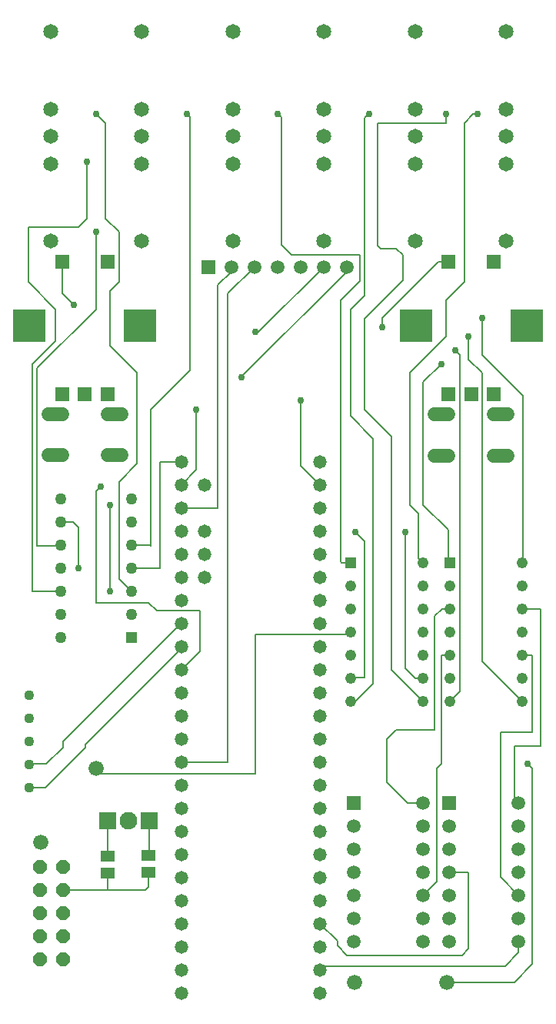
<source format=gbr>
G04 EAGLE Gerber RS-274X export*
G75*
%MOMM*%
%FSLAX34Y34*%
%LPD*%
%INTop Copper*%
%IPPOS*%
%AMOC8*
5,1,8,0,0,1.08239X$1,22.5*%
G01*
%ADD10C,1.676400*%
%ADD11R,1.508000X1.508000*%
%ADD12R,3.556000X3.556000*%
%ADD13P,1.649562X8X112.500000*%
%ADD14C,1.473200*%
%ADD15R,1.930400X1.930400*%
%ADD16C,1.930400*%
%ADD17C,1.650000*%
%ADD18C,1.524000*%
%ADD19C,1.508000*%
%ADD20R,1.267000X1.267000*%
%ADD21C,1.267000*%
%ADD22R,1.238000X1.238000*%
%ADD23C,1.238000*%
%ADD24R,1.498600X1.498600*%
%ADD25C,1.498600*%
%ADD26C,1.108000*%
%ADD27R,1.500000X1.300000*%
%ADD28C,0.152400*%
%ADD29C,0.756400*%


D10*
X39090Y188673D03*
X99950Y270027D03*
D11*
X62350Y681920D03*
X87350Y681920D03*
X112350Y681920D03*
X62350Y826920D03*
X112350Y826920D03*
D12*
X26350Y756920D03*
X148350Y756920D03*
D13*
X38310Y60450D03*
X38310Y85850D03*
X38310Y111250D03*
X38310Y136650D03*
X38310Y162050D03*
X63710Y60450D03*
X63710Y85850D03*
X63710Y111250D03*
X63710Y136650D03*
X63710Y162050D03*
D14*
X346160Y556610D03*
X346160Y531210D03*
X346160Y505810D03*
X346160Y480410D03*
X346160Y455010D03*
X346160Y429610D03*
X346160Y404210D03*
X346160Y378810D03*
X346160Y353410D03*
X346160Y328010D03*
X346160Y302610D03*
X346160Y277210D03*
X193760Y277210D03*
X193760Y302610D03*
X193760Y328010D03*
X193760Y353410D03*
X193760Y378810D03*
X193760Y404210D03*
X193760Y429610D03*
X193760Y455010D03*
X193760Y480410D03*
X193760Y505810D03*
X193760Y531210D03*
X346160Y582010D03*
X193760Y556610D03*
X193760Y582010D03*
X346160Y607410D03*
X193760Y607410D03*
X346160Y251810D03*
X193760Y251810D03*
X346160Y226410D03*
X346160Y201010D03*
X346160Y175610D03*
X346160Y150210D03*
X346160Y124810D03*
X346160Y99410D03*
X346160Y74010D03*
X346160Y48610D03*
X346160Y23210D03*
X193760Y23210D03*
X193760Y48610D03*
X193760Y74010D03*
X193760Y99410D03*
X193760Y124810D03*
X193760Y150210D03*
X193760Y175610D03*
X193760Y201010D03*
X193760Y226410D03*
X219160Y582010D03*
X219160Y531210D03*
X219160Y505810D03*
X219160Y480410D03*
D15*
X112660Y212744D03*
D16*
X135520Y212744D03*
D15*
X158380Y212744D03*
D17*
X551180Y850002D03*
X551180Y935002D03*
X551180Y965002D03*
X250190Y1080050D03*
X250190Y995050D03*
X250190Y965050D03*
X149860Y1080050D03*
X149860Y995050D03*
X149860Y965050D03*
X49530Y1080050D03*
X49530Y995050D03*
X49530Y965050D03*
X450850Y850002D03*
X450850Y935002D03*
X450850Y965002D03*
X350520Y850002D03*
X350520Y935002D03*
X350520Y965002D03*
X250190Y850002D03*
X250190Y935002D03*
X250190Y965002D03*
X149860Y850002D03*
X149860Y935002D03*
X149860Y965002D03*
X49530Y850002D03*
X49530Y935002D03*
X49530Y965002D03*
X551180Y1080050D03*
X551180Y995050D03*
X551180Y965050D03*
X450850Y1080050D03*
X450850Y995050D03*
X450850Y965050D03*
X350520Y1080050D03*
X350520Y995050D03*
X350520Y965050D03*
D18*
X127582Y614364D02*
X112342Y614364D01*
X112342Y659576D02*
X127582Y659576D01*
X62558Y614364D02*
X47318Y614364D01*
X47318Y659576D02*
X62558Y659576D01*
X537772Y614164D02*
X553012Y614164D01*
X553012Y659376D02*
X537772Y659376D01*
X487988Y614164D02*
X472748Y614164D01*
X472748Y659376D02*
X487988Y659376D01*
D11*
X487780Y681820D03*
X512780Y681820D03*
X537780Y681820D03*
X487780Y826820D03*
X537780Y826820D03*
D12*
X451780Y756820D03*
X573780Y756820D03*
D11*
X223250Y821600D03*
D19*
X248650Y821600D03*
X274050Y821600D03*
X299450Y821600D03*
X324850Y821600D03*
X350250Y821600D03*
X375650Y821600D03*
D20*
X139050Y413800D03*
D21*
X139050Y439200D03*
X139050Y464600D03*
X139050Y490000D03*
X139050Y515400D03*
X139050Y540800D03*
X139050Y566200D03*
X60950Y566200D03*
X60950Y540800D03*
X60950Y515400D03*
X60950Y490000D03*
X60950Y464600D03*
X60950Y439200D03*
X60950Y413800D03*
D22*
X489200Y496200D03*
D23*
X489200Y470800D03*
X489200Y445400D03*
X489200Y420000D03*
X489200Y394600D03*
X489200Y369200D03*
X489200Y343800D03*
X568600Y343800D03*
X568600Y369200D03*
X568600Y394600D03*
X568600Y420000D03*
X568600Y445400D03*
X568600Y470800D03*
X568600Y496200D03*
D22*
X380300Y496200D03*
D23*
X380300Y470800D03*
X380300Y445400D03*
X380300Y420000D03*
X380300Y394600D03*
X380300Y369200D03*
X380300Y343800D03*
X459700Y343800D03*
X459700Y369200D03*
X459700Y394600D03*
X459700Y420000D03*
X459700Y445400D03*
X459700Y470800D03*
X459700Y496200D03*
D10*
X485800Y35000D03*
X384200Y35000D03*
D24*
X383800Y232400D03*
D25*
X383800Y207000D03*
X383800Y181600D03*
X383800Y156200D03*
X383800Y130800D03*
X383800Y105400D03*
X383800Y80000D03*
X460000Y80000D03*
X460000Y105400D03*
X460000Y130800D03*
X460000Y156200D03*
X460000Y181600D03*
X460000Y207000D03*
X460000Y232400D03*
D24*
X488800Y232400D03*
D25*
X488800Y207000D03*
X488800Y181600D03*
X488800Y156200D03*
X488800Y130800D03*
X488800Y105400D03*
X488800Y80000D03*
X565000Y80000D03*
X565000Y105400D03*
X565000Y130800D03*
X565000Y156200D03*
X565000Y181600D03*
X565000Y207000D03*
X565000Y232400D03*
D26*
X25760Y350880D03*
X25760Y325480D03*
X25760Y300080D03*
X25760Y274680D03*
X25760Y249280D03*
D27*
X112500Y173800D03*
X112500Y154800D03*
X157500Y174500D03*
X157500Y155500D03*
D28*
X210000Y598250D02*
X210000Y665000D01*
X210000Y598250D02*
X193760Y582010D01*
D29*
X210000Y665000D03*
D28*
X112500Y136650D02*
X63710Y136650D01*
X112500Y136650D02*
X154150Y136650D01*
X157500Y140000D02*
X157500Y155500D01*
X157500Y140000D02*
X154150Y136650D01*
X112500Y136650D02*
X112500Y154800D01*
X105950Y264027D02*
X275000Y264027D01*
X105950Y264027D02*
X99950Y270027D01*
X275000Y264027D02*
X275000Y417700D01*
X378000Y417700D02*
X380300Y420000D01*
X378000Y417700D02*
X275000Y417700D01*
X112660Y213148D02*
X112500Y213072D01*
X112500Y173800D01*
X112660Y212744D02*
X112660Y213148D01*
X139050Y490000D02*
X170000Y490000D01*
X170000Y607400D01*
X193750Y607400D02*
X193760Y607410D01*
X193750Y607400D02*
X170000Y607400D01*
X158380Y212744D02*
X158380Y174880D01*
X157500Y174500D01*
X248650Y816600D02*
X248650Y821600D01*
X248650Y816600D02*
X233525Y801475D01*
X233525Y556610D01*
X193760Y556610D01*
X75000Y780000D02*
X62350Y792650D01*
X62350Y826920D01*
D29*
X75000Y780000D03*
D28*
X325000Y675000D02*
X325000Y603170D01*
X346160Y582010D01*
D29*
X325000Y675000D03*
X415000Y755000D03*
D28*
X476820Y826820D02*
X487780Y826820D01*
X476820Y826820D02*
X415000Y765000D01*
X415000Y755000D01*
X245000Y277210D02*
X193760Y277210D01*
X245000Y792550D02*
X274050Y821600D01*
X245000Y792550D02*
X245000Y277210D01*
X375650Y816600D02*
X375650Y821600D01*
X375650Y816600D02*
X260000Y700950D01*
X260000Y700000D01*
D29*
X260000Y700000D03*
X275000Y750000D03*
D28*
X278650Y750000D02*
X350250Y821600D01*
X278650Y750000D02*
X275000Y750000D01*
X213760Y443500D02*
X213760Y398810D01*
X193760Y378810D01*
X157500Y452500D02*
X100000Y452500D01*
X100000Y575000D02*
X105000Y580000D01*
D29*
X105000Y580000D03*
D28*
X166500Y443500D02*
X213760Y443500D01*
X166500Y443500D02*
X157500Y452500D01*
X100000Y452500D02*
X100000Y575000D01*
X193190Y429610D02*
X193760Y429610D01*
X193190Y429610D02*
X63040Y299460D01*
X26080Y275000D02*
X25760Y274680D01*
X26080Y275000D02*
X45000Y275000D01*
X63040Y293040D01*
X63040Y299460D01*
X193760Y402280D02*
X193760Y404210D01*
X193760Y402280D02*
X88240Y296760D01*
X88240Y293240D01*
X44280Y249280D02*
X25760Y249280D01*
X44280Y249280D02*
X88240Y293240D01*
D29*
X80000Y490000D03*
D28*
X80000Y535000D01*
X74200Y540800D02*
X60950Y540800D01*
X74200Y540800D02*
X80000Y535000D01*
D29*
X100000Y990000D03*
D28*
X110000Y980000D01*
X110000Y875000D01*
X125000Y860000D02*
X125000Y805000D01*
X125000Y478650D02*
X139050Y464600D01*
X125000Y478650D02*
X125000Y585000D01*
X145000Y605000D01*
X145000Y705000D01*
X115000Y735000D02*
X115000Y795000D01*
X125000Y805000D01*
X115000Y735000D02*
X145000Y705000D01*
X125000Y860000D02*
X110000Y875000D01*
D29*
X115000Y465000D03*
D28*
X115000Y560000D01*
D29*
X115000Y560000D03*
X200000Y990000D03*
D28*
X202772Y987228D01*
X202772Y707772D01*
X160000Y665000D01*
X160000Y515000D01*
X159600Y515400D01*
X139050Y515400D01*
D29*
X100000Y860000D03*
D28*
X100000Y775000D01*
X35000Y710000D01*
X35000Y515000D01*
X60550Y515000D01*
X60950Y515400D01*
D29*
X90000Y937500D03*
D28*
X29277Y714454D02*
X29277Y465000D01*
X60550Y465000D01*
X60950Y464600D01*
X55000Y740177D02*
X55000Y775000D01*
X55000Y740177D02*
X29277Y714454D01*
X55000Y775000D02*
X25000Y805000D01*
X25000Y865000D01*
X90000Y875000D02*
X90000Y937500D01*
X80000Y865000D02*
X25000Y865000D01*
X80000Y865000D02*
X90000Y875000D01*
D29*
X495000Y730000D03*
D28*
X500000Y725000D01*
X500000Y354600D02*
X489200Y343800D01*
X500000Y354600D02*
X500000Y725000D01*
D29*
X510000Y745000D03*
D28*
X510000Y720000D01*
X525000Y705000D01*
X525000Y387400D02*
X568600Y343800D01*
X525000Y387400D02*
X525000Y705000D01*
D29*
X480000Y715000D03*
D28*
X460000Y695000D01*
X460000Y560000D01*
X487500Y496200D02*
X489200Y496200D01*
X487500Y496200D02*
X487500Y532500D01*
X460000Y560000D01*
D29*
X525000Y765000D03*
D28*
X525000Y725000D01*
X570000Y680000D01*
X570000Y497600D01*
X568600Y496200D01*
X560000Y35000D02*
X485800Y35000D01*
X560000Y35000D02*
X580000Y55000D01*
X580000Y270000D01*
D29*
X575000Y275000D03*
D28*
X580000Y270000D01*
D29*
X300000Y990000D03*
D28*
X368932Y785000D02*
X368932Y497568D01*
X370300Y496200D02*
X380300Y496200D01*
X370300Y496200D02*
X368932Y497568D01*
X315000Y835000D02*
X303932Y846068D01*
X303932Y986068D02*
X300000Y990000D01*
X303932Y986068D02*
X303932Y846068D01*
X390000Y835000D02*
X390000Y806068D01*
X390000Y835000D02*
X315000Y835000D01*
X368932Y785000D02*
X390000Y806068D01*
D29*
X400000Y990000D03*
D28*
X405000Y363500D02*
X385300Y343800D01*
X380300Y343800D01*
X405000Y363500D02*
X405000Y632727D01*
X395688Y985688D02*
X400000Y990000D01*
X395688Y985688D02*
X395688Y790000D01*
X380000Y774312D01*
X380000Y657727D01*
X405000Y632727D01*
D29*
X385000Y530000D03*
D28*
X395000Y520000D01*
X395000Y370000D01*
X381100Y370000D01*
X380300Y369200D01*
D29*
X440000Y530000D03*
D28*
X440000Y380000D01*
X450800Y369200D01*
X459700Y369200D01*
D29*
X485000Y990000D03*
D28*
X485000Y980000D01*
X425000Y378500D02*
X459700Y343800D01*
X425000Y378500D02*
X425000Y635000D01*
X395000Y764607D02*
X437532Y807139D01*
X410000Y980000D02*
X485000Y980000D01*
X410000Y980000D02*
X410000Y845000D01*
X437532Y834471D02*
X437532Y807139D01*
X437532Y834471D02*
X430276Y841727D01*
X413273Y841727D01*
X410000Y845000D01*
X395000Y665000D02*
X425000Y635000D01*
X395000Y665000D02*
X395000Y764607D01*
D29*
X520000Y990000D03*
D28*
X454700Y550000D02*
X454700Y501200D01*
X459700Y496200D01*
X505000Y805000D02*
X505000Y980000D01*
X445000Y559700D02*
X454700Y550000D01*
X445000Y559700D02*
X445000Y705000D01*
X485000Y745000D01*
X485000Y785000D02*
X505000Y805000D01*
X485000Y785000D02*
X485000Y745000D01*
X505000Y980000D02*
X515000Y990000D01*
X520000Y990000D01*
X560000Y295000D02*
X560000Y237400D01*
X565000Y232400D01*
X560000Y295000D02*
X589098Y295000D01*
X589098Y445000D01*
X588698Y445400D01*
X568600Y445400D01*
X545000Y150800D02*
X565000Y130800D01*
X580000Y310000D02*
X545000Y310000D01*
X580000Y310000D02*
X580000Y395000D01*
X579600Y394600D01*
X568600Y394600D01*
X545000Y310000D02*
X545000Y150800D01*
X460000Y232400D02*
X442500Y232400D01*
X472500Y437500D02*
X480400Y445400D01*
X489200Y445400D01*
X420000Y254900D02*
X442500Y232400D01*
X420000Y254900D02*
X420000Y302400D01*
X430100Y312500D01*
X472500Y312500D01*
X472500Y437500D01*
X475000Y145800D02*
X460000Y130800D01*
X475000Y270000D02*
X480000Y275000D01*
X480000Y395000D01*
X480400Y394600D01*
X489200Y394600D01*
X475000Y270000D02*
X475000Y145800D01*
X502500Y64410D02*
X376160Y64410D01*
X365285Y75285D01*
X488800Y156200D02*
X510000Y156200D01*
X510000Y71910D02*
X502500Y64410D01*
X510000Y71910D02*
X510000Y156200D01*
X365285Y80285D02*
X346160Y99410D01*
X365285Y80285D02*
X365285Y75285D01*
X350050Y52500D02*
X550000Y52500D01*
X350050Y52500D02*
X346160Y48610D01*
X550000Y52500D02*
X565000Y67500D01*
X565000Y80000D01*
M02*

</source>
